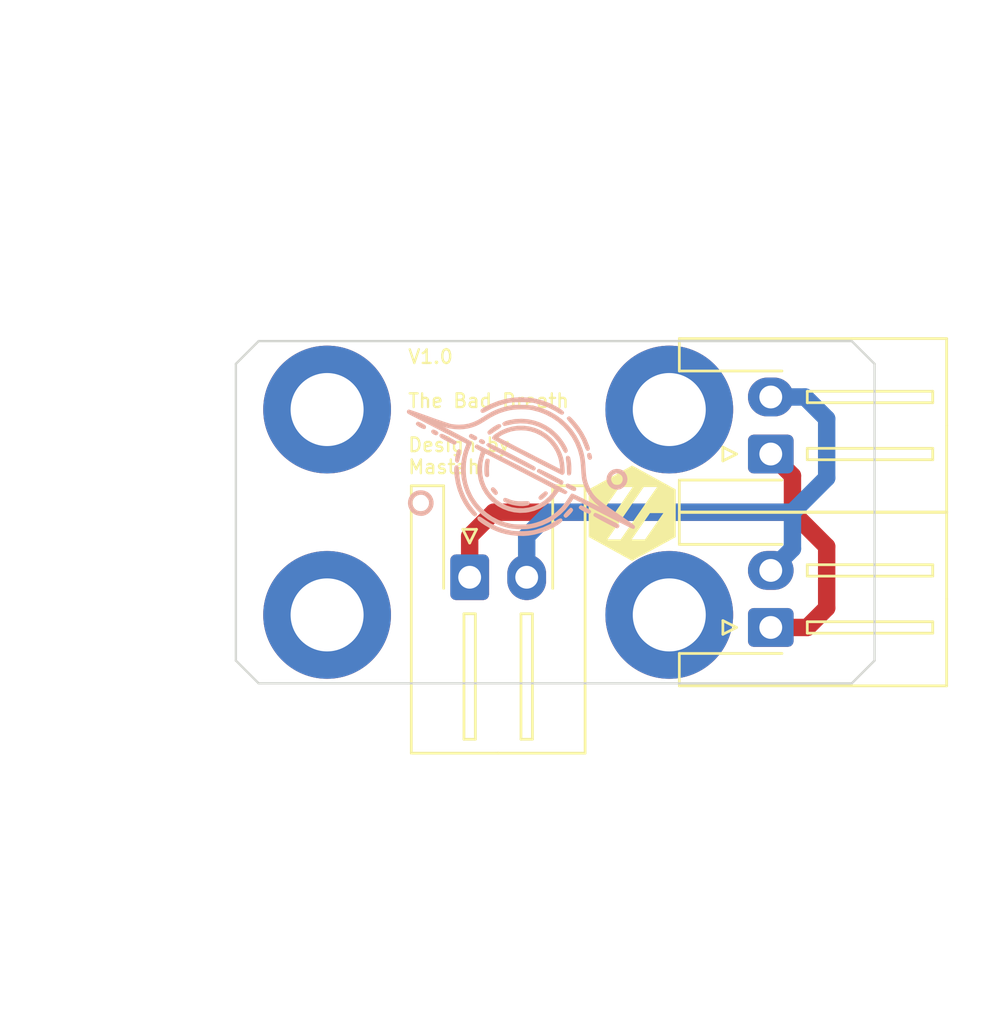
<source format=kicad_pcb>
(kicad_pcb (version 20211014) (generator pcbnew)
  (layers (0 "F.Cu" signal) (31 "B.Cu" signal) (34 "B.Paste" user) (35 "F.Paste" user) (36 "B.SilkS" user "B.Silkscreen") (37 "F.SilkS" user "F.Silkscreen") (38 "B.Mask" user) (39 "F.Mask" user) (44 "Edge.Cuts" user))
  (net 0 "")
  (footprint "voron_logo:voron_logo_5x5_negatif" (layer "F.Cu") (at 37.4 27.5)
    (fp_text reference "G***" hide)
    (fp_text value "LOGO" hide)
  )
  (footprint "MountingHole:MountingHole_3.2mm_M3_DIN965_Pad" (layer "F.Cu") (at 39 23)
    (fp_text reference "REF**" hide)
    (fp_text value "MountingHole_3.2mm_M3_DIN965_Pad")
    (pad "1" thru_hole circle (at 0 0) (size 5.6 5.6) (drill 3.2) (layers *.Cu *.Mask))
  )
  (footprint "Connector_JST:JST_XH_S2B-XH-A-1_1x02_P2.50mm_Horizontal" (layer "F.Cu") (at 30.25 30.35)
    (fp_text reference "REF**" hide)
    (fp_text value "JST_XH_S2B-XH-A-1_1x02_P2.50mm_Horizontal")
    (pad "1" thru_hole roundrect (at 0 0) (size 1.7 2) (drill 1) (layers *.Cu *.Mask) (roundrect_rratio 0.1470588235))
    (pad "2" thru_hole oval (at 2.5 0) (size 1.7 2) (drill 1) (layers *.Cu *.Mask))
  )
  (footprint "Connector_JST:JST_XH_S2B-XH-A-1_1x02_P2.50mm_Horizontal" (layer "F.Cu") (at 43.45 24.95 90)
    (fp_text reference "REF**" hide)
    (fp_text value "JST_XH_S2B-XH-A-1_1x02_P2.50mm_Horizontal")
    (pad "1" thru_hole roundrect (at 0 0 90) (size 1.7 2) (drill 1) (layers *.Cu *.Mask) (roundrect_rratio 0.1470588235))
    (pad "2" thru_hole oval (at 2.5 0 90) (size 1.7 2) (drill 1) (layers *.Cu *.Mask))
  )
  (footprint "MountingHole:MountingHole_3.2mm_M3_DIN965_Pad" (layer "F.Cu") (at 24 23)
    (fp_text reference "REF**" hide)
    (fp_text value "MountingHole_3.2mm_M3_DIN965_Pad")
    (pad "1" thru_hole circle (at 0 0) (size 5.6 5.6) (drill 3.2) (layers *.Cu *.Mask))
  )
  (footprint "MountingHole:MountingHole_3.2mm_M3_DIN965_Pad" (layer "F.Cu") (at 24 32)
    (fp_text reference "REF**" hide)
    (fp_text value "MountingHole_3.2mm_M3_DIN965_Pad")
    (pad "1" thru_hole circle (at 0 0) (size 5.6 5.6) (drill 3.2) (layers *.Cu *.Mask))
  )
  (footprint "MountingHole:MountingHole_3.2mm_M3_DIN965_Pad" (layer "F.Cu") (at 39 32)
    (fp_text reference "REF**" hide)
    (fp_text value "MountingHole_3.2mm_M3_DIN965_Pad")
    (pad "1" thru_hole circle (at 0 0) (size 5.6 5.6) (drill 3.2) (layers *.Cu *.Mask))
  )
  (footprint "Connector_JST:JST_XH_S2B-XH-A-1_1x02_P2.50mm_Horizontal" (layer "F.Cu") (at 43.45 32.55 90)
    (fp_text reference "REF**" hide)
    (fp_text value "JST_XH_S2B-XH-A-1_1x02_P2.50mm_Horizontal")
    (pad "1" thru_hole roundrect (at 0 0 90) (size 1.7 2) (drill 1) (layers *.Cu *.Mask) (roundrect_rratio 0.1470588235))
    (pad "2" thru_hole oval (at 2.5 0 90) (size 1.7 2) (drill 1) (layers *.Cu *.Mask))
  )
  (footprint "voron_logo:black_hole_10x10" (layer "B.Cu") (at 32.5 25.5 180)
    (fp_text reference "G***" hide)
    (fp_text value "LOGO" hide)
  )
  (gr_line (start 20 21) (end 20 34) (layer "Edge.Cuts") (width 0.1))
  (gr_line (start 21 35) (end 47 35) (layer "Edge.Cuts") (width 0.1))
  (gr_line (start 48 21) (end 48 34) (layer "Edge.Cuts") (width 0.1))
  (gr_line (start 21 20) (end 47 20) (layer "Edge.Cuts") (width 0.1))
  (gr_line (start 47 20) (end 48 21) (layer "Edge.Cuts") (width 0.1))
  (gr_line (start 21 35) (end 20 34) (layer "Edge.Cuts") (width 0.1))
  (gr_line (start 48 34) (end 47 35) (layer "Edge.Cuts") (width 0.1))
  (gr_line (start 21 20) (end 20 21) (layer "Edge.Cuts") (width 0.1))
  (gr_text "V1.0\n\nThe Bad Breath\n\nDesign by\nMastah" (at 27.5 23.1) (layer "F.SilkS") (effects (font (size 0.6 0.6) (thickness 0.1)) (justify left)))
  (segment (start 44.4 27.5) (end 44.4 25.9) (width 0.762) (layer "F.Cu") (net 0))
  (segment (start 45.9 29) (end 45.9 31.7) (width 0.762) (layer "F.Cu") (net 0))
  (segment (start 30.25 30.35) (end 30.25 28.55) (width 0.762) (layer "F.Cu") (net 0))
  (segment (start 30.25 28.55) (end 31.3 27.5) (width 0.762) (layer "F.Cu") (net 0))
  (segment (start 45.05 32.55) (end 43.45 32.55) (width 0.762) (layer "F.Cu") (net 0))
  (segment (start 31.3 27.5) (end 44.4 27.5) (width 0.762) (layer "F.Cu") (net 0))
  (segment (start 44.4 27.5) (end 45.9 29) (width 0.762) (layer "F.Cu") (net 0))
  (segment (start 45.9 31.7) (end 45.05 32.55) (width 0.762) (layer "F.Cu") (net 0))
  (segment (start 44.4 25.9) (end 43.45 24.95) (width 0.762) (layer "F.Cu") (net 0))
  (segment (start 45.9 26) (end 45.9 23.4) (width 0.762) (layer "B.Cu") (net 0))
  (segment (start 44.95 22.45) (end 43.45 22.45) (width 0.762) (layer "B.Cu") (net 0))
  (segment (start 44.4 27.5) (end 45.9 26) (width 0.762) (layer "B.Cu") (net 0))
  (segment (start 32.75 28.55) (end 33.8 27.5) (width 0.762) (layer "B.Cu") (net 0))
  (segment (start 45.9 23.4) (end 44.95 22.45) (width 0.762) (layer "B.Cu") (net 0))
  (segment (start 33.8 27.5) (end 44.4 27.5) (width 0.762) (layer "B.Cu") (net 0))
  (segment (start 32.75 30.35) (end 32.75 28.55) (width 0.762) (layer "B.Cu") (net 0))
  (segment (start 44.4 27.5) (end 44.4 29.1) (width 0.762) (layer "B.Cu") (net 0))
  (segment (start 44.4 29.1) (end 43.45 30.05) (width 0.762) (layer "B.Cu") (net 0))
)
</source>
